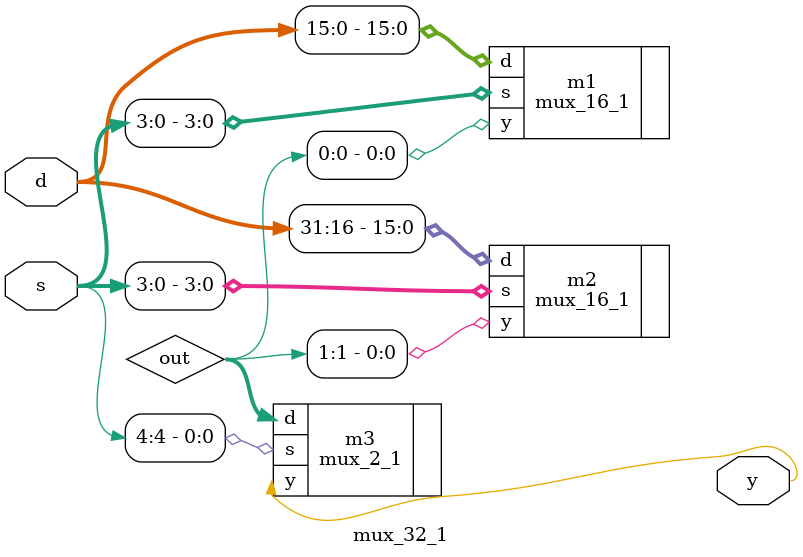
<source format=sv>

`timescale 1ns/10ps

module mux_32_1(d, s, y);
	input logic [31:0] d;
	input logic [4:0] s;
	output logic y;

	logic [1:0] out;

	mux_16_1 m1 (.d(d[15:0]),  .s(s[3:0]), .y(out[0]));
	mux_16_1 m2 (.d(d[31:16]), .s(s[3:0]), .y(out[1]));
	mux_2_1 m3  (.d(out), .s(s[4]), .y(y));

endmodule
			 
</source>
